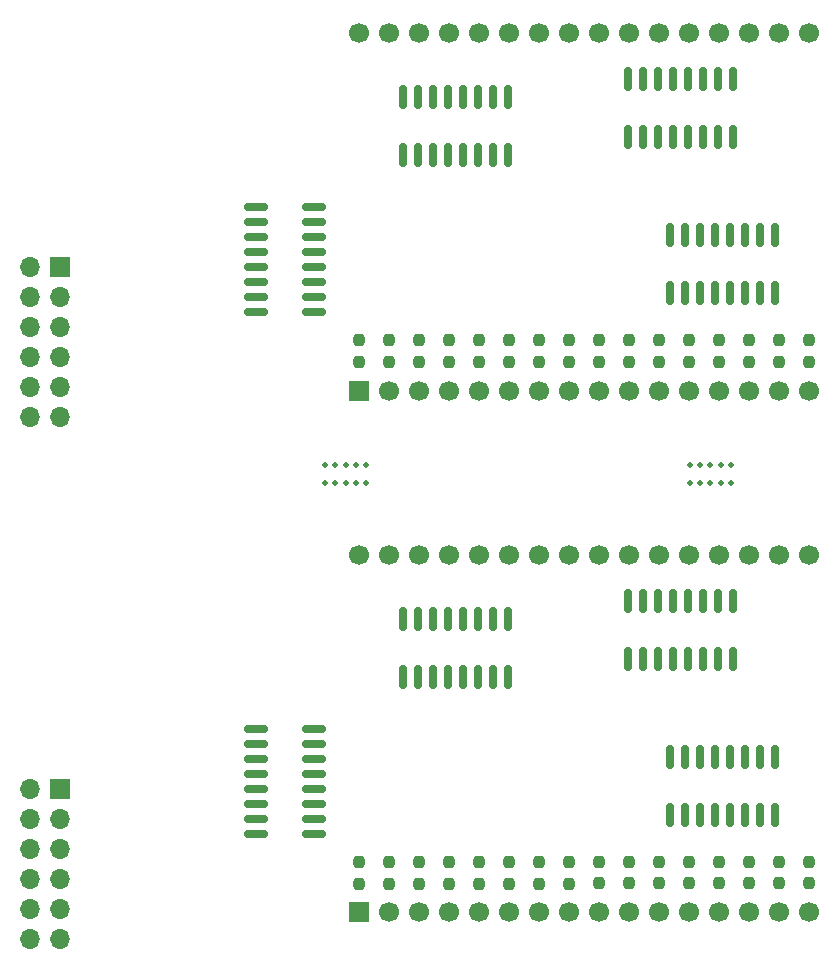
<source format=gbr>
%TF.GenerationSoftware,KiCad,Pcbnew,7.0.2*%
%TF.CreationDate,2023-08-12T01:48:42+09:00*%
%TF.ProjectId,Pmod_Matrix256,506d6f64-5f4d-4617-9472-69783235362e,rev?*%
%TF.SameCoordinates,Original*%
%TF.FileFunction,Soldermask,Top*%
%TF.FilePolarity,Negative*%
%FSLAX46Y46*%
G04 Gerber Fmt 4.6, Leading zero omitted, Abs format (unit mm)*
G04 Created by KiCad (PCBNEW 7.0.2) date 2023-08-12 01:48:42*
%MOMM*%
%LPD*%
G01*
G04 APERTURE LIST*
G04 Aperture macros list*
%AMRoundRect*
0 Rectangle with rounded corners*
0 $1 Rounding radius*
0 $2 $3 $4 $5 $6 $7 $8 $9 X,Y pos of 4 corners*
0 Add a 4 corners polygon primitive as box body*
4,1,4,$2,$3,$4,$5,$6,$7,$8,$9,$2,$3,0*
0 Add four circle primitives for the rounded corners*
1,1,$1+$1,$2,$3*
1,1,$1+$1,$4,$5*
1,1,$1+$1,$6,$7*
1,1,$1+$1,$8,$9*
0 Add four rect primitives between the rounded corners*
20,1,$1+$1,$2,$3,$4,$5,0*
20,1,$1+$1,$4,$5,$6,$7,0*
20,1,$1+$1,$6,$7,$8,$9,0*
20,1,$1+$1,$8,$9,$2,$3,0*%
G04 Aperture macros list end*
%ADD10C,0.500000*%
%ADD11RoundRect,0.150000X0.825000X0.150000X-0.825000X0.150000X-0.825000X-0.150000X0.825000X-0.150000X0*%
%ADD12RoundRect,0.237500X0.237500X-0.250000X0.237500X0.250000X-0.237500X0.250000X-0.237500X-0.250000X0*%
%ADD13R,1.700000X1.700000*%
%ADD14O,1.700000X1.700000*%
%ADD15RoundRect,0.150000X0.150000X-0.825000X0.150000X0.825000X-0.150000X0.825000X-0.150000X-0.825000X0*%
%ADD16RoundRect,0.150000X-0.150000X0.825000X-0.150000X-0.825000X0.150000X-0.825000X0.150000X0.825000X0*%
%ADD17C,1.700000*%
G04 APERTURE END LIST*
D10*
%TO.C,REF\u002A\u002A*%
X132194500Y-62364000D03*
%TD*%
D11*
%TO.C,U2*%
X130402500Y-93628000D03*
X130402500Y-92358000D03*
X130402500Y-91088000D03*
X130402500Y-89818000D03*
X130402500Y-88548000D03*
X130402500Y-87278000D03*
X130402500Y-86008000D03*
X130402500Y-84738000D03*
X125452500Y-84738000D03*
X125452500Y-86008000D03*
X125452500Y-87278000D03*
X125452500Y-88548000D03*
X125452500Y-89818000D03*
X125452500Y-91088000D03*
X125452500Y-92358000D03*
X125452500Y-93628000D03*
%TD*%
D10*
%TO.C,REF\u002A\u002A*%
X132194500Y-63964000D03*
%TD*%
D12*
%TO.C,R7*%
X149452500Y-53678500D03*
X149452500Y-51853500D03*
%TD*%
D10*
%TO.C,REF\u002A\u002A*%
X134819500Y-62364000D03*
%TD*%
D12*
%TO.C,R8*%
X151992500Y-97842500D03*
X151992500Y-96017500D03*
%TD*%
D10*
%TO.C,REF\u002A\u002A*%
X164805500Y-63964000D03*
%TD*%
D12*
%TO.C,R2*%
X136752500Y-97842500D03*
X136752500Y-96017500D03*
%TD*%
D13*
%TO.C,J1*%
X108874500Y-89818000D03*
D14*
X108874500Y-92358000D03*
X108874500Y-94898000D03*
X108874500Y-97438000D03*
X108874500Y-99978000D03*
X108874500Y-102518000D03*
X106334500Y-89818000D03*
X106334500Y-92358000D03*
X106334500Y-94898000D03*
X106334500Y-97438000D03*
X106334500Y-99978000D03*
X106334500Y-102518000D03*
%TD*%
D12*
%TO.C,R6*%
X146912500Y-97842500D03*
X146912500Y-96017500D03*
%TD*%
D15*
%TO.C,U3*%
X160501500Y-92039000D03*
X161771500Y-92039000D03*
X163041500Y-92039000D03*
X164311500Y-92039000D03*
X165581500Y-92039000D03*
X166851500Y-92039000D03*
X168121500Y-92039000D03*
X169391500Y-92039000D03*
X169391500Y-87089000D03*
X168121500Y-87089000D03*
X166851500Y-87089000D03*
X165581500Y-87089000D03*
X164311500Y-87089000D03*
X163041500Y-87089000D03*
X161771500Y-87089000D03*
X160501500Y-87089000D03*
%TD*%
D10*
%TO.C,REF\u002A\u002A*%
X163930500Y-62364000D03*
%TD*%
D12*
%TO.C,R1*%
X134212500Y-97842500D03*
X134212500Y-96017500D03*
%TD*%
%TO.C,R1*%
X134212500Y-53678500D03*
X134212500Y-51853500D03*
%TD*%
%TO.C,R8*%
X151992500Y-53678500D03*
X151992500Y-51853500D03*
%TD*%
D10*
%TO.C,REF\u002A\u002A*%
X131319500Y-63964000D03*
%TD*%
D15*
%TO.C,U3*%
X160501500Y-47875000D03*
X161771500Y-47875000D03*
X163041500Y-47875000D03*
X164311500Y-47875000D03*
X165581500Y-47875000D03*
X166851500Y-47875000D03*
X168121500Y-47875000D03*
X169391500Y-47875000D03*
X169391500Y-42925000D03*
X168121500Y-42925000D03*
X166851500Y-42925000D03*
X165581500Y-42925000D03*
X164311500Y-42925000D03*
X163041500Y-42925000D03*
X161771500Y-42925000D03*
X160501500Y-42925000D03*
%TD*%
D10*
%TO.C,REF\u002A\u002A*%
X163055500Y-62364000D03*
%TD*%
D12*
%TO.C,R2*%
X136752500Y-53678500D03*
X136752500Y-51853500D03*
%TD*%
D16*
%TO.C,U5*%
X146785500Y-75405000D03*
X145515500Y-75405000D03*
X144245500Y-75405000D03*
X142975500Y-75405000D03*
X141705500Y-75405000D03*
X140435500Y-75405000D03*
X139165500Y-75405000D03*
X137895500Y-75405000D03*
X137895500Y-80355000D03*
X139165500Y-80355000D03*
X140435500Y-80355000D03*
X141705500Y-80355000D03*
X142975500Y-80355000D03*
X144245500Y-80355000D03*
X145515500Y-80355000D03*
X146785500Y-80355000D03*
%TD*%
D12*
%TO.C,R11*%
X159612500Y-97822500D03*
X159612500Y-95997500D03*
%TD*%
D10*
%TO.C,REF\u002A\u002A*%
X165680500Y-62364000D03*
%TD*%
D12*
%TO.C,R4*%
X141832500Y-97842500D03*
X141832500Y-96017500D03*
%TD*%
D11*
%TO.C,U2*%
X130402500Y-49464000D03*
X130402500Y-48194000D03*
X130402500Y-46924000D03*
X130402500Y-45654000D03*
X130402500Y-44384000D03*
X130402500Y-43114000D03*
X130402500Y-41844000D03*
X130402500Y-40574000D03*
X125452500Y-40574000D03*
X125452500Y-41844000D03*
X125452500Y-43114000D03*
X125452500Y-44384000D03*
X125452500Y-45654000D03*
X125452500Y-46924000D03*
X125452500Y-48194000D03*
X125452500Y-49464000D03*
%TD*%
D12*
%TO.C,R15*%
X169772500Y-53658500D03*
X169772500Y-51833500D03*
%TD*%
D16*
%TO.C,U5*%
X146785500Y-31241000D03*
X145515500Y-31241000D03*
X144245500Y-31241000D03*
X142975500Y-31241000D03*
X141705500Y-31241000D03*
X140435500Y-31241000D03*
X139165500Y-31241000D03*
X137895500Y-31241000D03*
X137895500Y-36191000D03*
X139165500Y-36191000D03*
X140435500Y-36191000D03*
X141705500Y-36191000D03*
X142975500Y-36191000D03*
X144245500Y-36191000D03*
X145515500Y-36191000D03*
X146785500Y-36191000D03*
%TD*%
%TO.C,U4*%
X165835500Y-29717000D03*
X164565500Y-29717000D03*
X163295500Y-29717000D03*
X162025500Y-29717000D03*
X160755500Y-29717000D03*
X159485500Y-29717000D03*
X158215500Y-29717000D03*
X156945500Y-29717000D03*
X156945500Y-34667000D03*
X158215500Y-34667000D03*
X159485500Y-34667000D03*
X160755500Y-34667000D03*
X162025500Y-34667000D03*
X163295500Y-34667000D03*
X164565500Y-34667000D03*
X165835500Y-34667000D03*
%TD*%
D12*
%TO.C,R11*%
X159612500Y-53658500D03*
X159612500Y-51833500D03*
%TD*%
%TO.C,R16*%
X172312500Y-97822500D03*
X172312500Y-95997500D03*
%TD*%
%TO.C,R12*%
X162152500Y-53658500D03*
X162152500Y-51833500D03*
%TD*%
D13*
%TO.C,U1*%
X134212500Y-100266000D03*
D17*
X136752500Y-100266000D03*
X139292500Y-100266000D03*
X141832500Y-100266000D03*
X144372500Y-100266000D03*
X146912500Y-100266000D03*
X149452500Y-100266000D03*
X151992500Y-100266000D03*
X154532500Y-100266000D03*
X157072500Y-100266000D03*
X159612500Y-100266000D03*
X162152500Y-100266000D03*
X164692500Y-100266000D03*
X167232500Y-100266000D03*
X169772500Y-100266000D03*
X172312500Y-100266000D03*
X172312500Y-70006000D03*
X169772500Y-70006000D03*
X167232500Y-70006000D03*
X164692500Y-70006000D03*
X162152500Y-70006000D03*
X159612500Y-70006000D03*
X157072500Y-70006000D03*
X154532500Y-70006000D03*
X151992500Y-70006000D03*
X149452500Y-70006000D03*
X146912500Y-70006000D03*
X144372500Y-70006000D03*
X141832500Y-70006000D03*
X139292500Y-70006000D03*
X136752500Y-70006000D03*
X134212500Y-70006000D03*
%TD*%
D10*
%TO.C,REF\u002A\u002A*%
X131319500Y-62364000D03*
%TD*%
%TO.C,REF\u002A\u002A*%
X165680500Y-63964000D03*
%TD*%
%TO.C,REF\u002A\u002A*%
X163930500Y-63964000D03*
%TD*%
%TO.C,REF\u002A\u002A*%
X133944500Y-63964000D03*
%TD*%
D12*
%TO.C,R7*%
X149452500Y-97842500D03*
X149452500Y-96017500D03*
%TD*%
%TO.C,R4*%
X141832500Y-53678500D03*
X141832500Y-51853500D03*
%TD*%
D10*
%TO.C,REF\u002A\u002A*%
X164805500Y-62364000D03*
%TD*%
D12*
%TO.C,R14*%
X167232500Y-97822500D03*
X167232500Y-95997500D03*
%TD*%
%TO.C,R9*%
X154532500Y-97822500D03*
X154532500Y-95997500D03*
%TD*%
%TO.C,R14*%
X167232500Y-53658500D03*
X167232500Y-51833500D03*
%TD*%
%TO.C,R6*%
X146912500Y-53678500D03*
X146912500Y-51853500D03*
%TD*%
D10*
%TO.C,REF\u002A\u002A*%
X162180500Y-62364000D03*
%TD*%
%TO.C,REF\u002A\u002A*%
X162180500Y-63964000D03*
%TD*%
D12*
%TO.C,R3*%
X139292500Y-53678500D03*
X139292500Y-51853500D03*
%TD*%
D13*
%TO.C,U1*%
X134212500Y-56102000D03*
D17*
X136752500Y-56102000D03*
X139292500Y-56102000D03*
X141832500Y-56102000D03*
X144372500Y-56102000D03*
X146912500Y-56102000D03*
X149452500Y-56102000D03*
X151992500Y-56102000D03*
X154532500Y-56102000D03*
X157072500Y-56102000D03*
X159612500Y-56102000D03*
X162152500Y-56102000D03*
X164692500Y-56102000D03*
X167232500Y-56102000D03*
X169772500Y-56102000D03*
X172312500Y-56102000D03*
X172312500Y-25842000D03*
X169772500Y-25842000D03*
X167232500Y-25842000D03*
X164692500Y-25842000D03*
X162152500Y-25842000D03*
X159612500Y-25842000D03*
X157072500Y-25842000D03*
X154532500Y-25842000D03*
X151992500Y-25842000D03*
X149452500Y-25842000D03*
X146912500Y-25842000D03*
X144372500Y-25842000D03*
X141832500Y-25842000D03*
X139292500Y-25842000D03*
X136752500Y-25842000D03*
X134212500Y-25842000D03*
%TD*%
D10*
%TO.C,REF\u002A\u002A*%
X163055500Y-63964000D03*
%TD*%
D12*
%TO.C,R10*%
X157072500Y-97822500D03*
X157072500Y-95997500D03*
%TD*%
%TO.C,R10*%
X157072500Y-53658500D03*
X157072500Y-51833500D03*
%TD*%
D10*
%TO.C,REF\u002A\u002A*%
X133069500Y-62364000D03*
%TD*%
D12*
%TO.C,R9*%
X154532500Y-53658500D03*
X154532500Y-51833500D03*
%TD*%
%TO.C,R13*%
X164692500Y-97822500D03*
X164692500Y-95997500D03*
%TD*%
D10*
%TO.C,REF\u002A\u002A*%
X134819500Y-63964000D03*
%TD*%
D13*
%TO.C,J1*%
X108874500Y-45654000D03*
D14*
X108874500Y-48194000D03*
X108874500Y-50734000D03*
X108874500Y-53274000D03*
X108874500Y-55814000D03*
X108874500Y-58354000D03*
X106334500Y-45654000D03*
X106334500Y-48194000D03*
X106334500Y-50734000D03*
X106334500Y-53274000D03*
X106334500Y-55814000D03*
X106334500Y-58354000D03*
%TD*%
D12*
%TO.C,R5*%
X144372500Y-53678500D03*
X144372500Y-51853500D03*
%TD*%
D10*
%TO.C,REF\u002A\u002A*%
X133069500Y-63964000D03*
%TD*%
D12*
%TO.C,R5*%
X144372500Y-97842500D03*
X144372500Y-96017500D03*
%TD*%
%TO.C,R15*%
X169772500Y-97822500D03*
X169772500Y-95997500D03*
%TD*%
D10*
%TO.C,REF\u002A\u002A*%
X133944500Y-62364000D03*
%TD*%
D12*
%TO.C,R13*%
X164692500Y-53658500D03*
X164692500Y-51833500D03*
%TD*%
%TO.C,R12*%
X162152500Y-97822500D03*
X162152500Y-95997500D03*
%TD*%
%TO.C,R3*%
X139292500Y-97842500D03*
X139292500Y-96017500D03*
%TD*%
%TO.C,R16*%
X172312500Y-53658500D03*
X172312500Y-51833500D03*
%TD*%
D16*
%TO.C,U4*%
X165835500Y-73881000D03*
X164565500Y-73881000D03*
X163295500Y-73881000D03*
X162025500Y-73881000D03*
X160755500Y-73881000D03*
X159485500Y-73881000D03*
X158215500Y-73881000D03*
X156945500Y-73881000D03*
X156945500Y-78831000D03*
X158215500Y-78831000D03*
X159485500Y-78831000D03*
X160755500Y-78831000D03*
X162025500Y-78831000D03*
X163295500Y-78831000D03*
X164565500Y-78831000D03*
X165835500Y-78831000D03*
%TD*%
M02*

</source>
